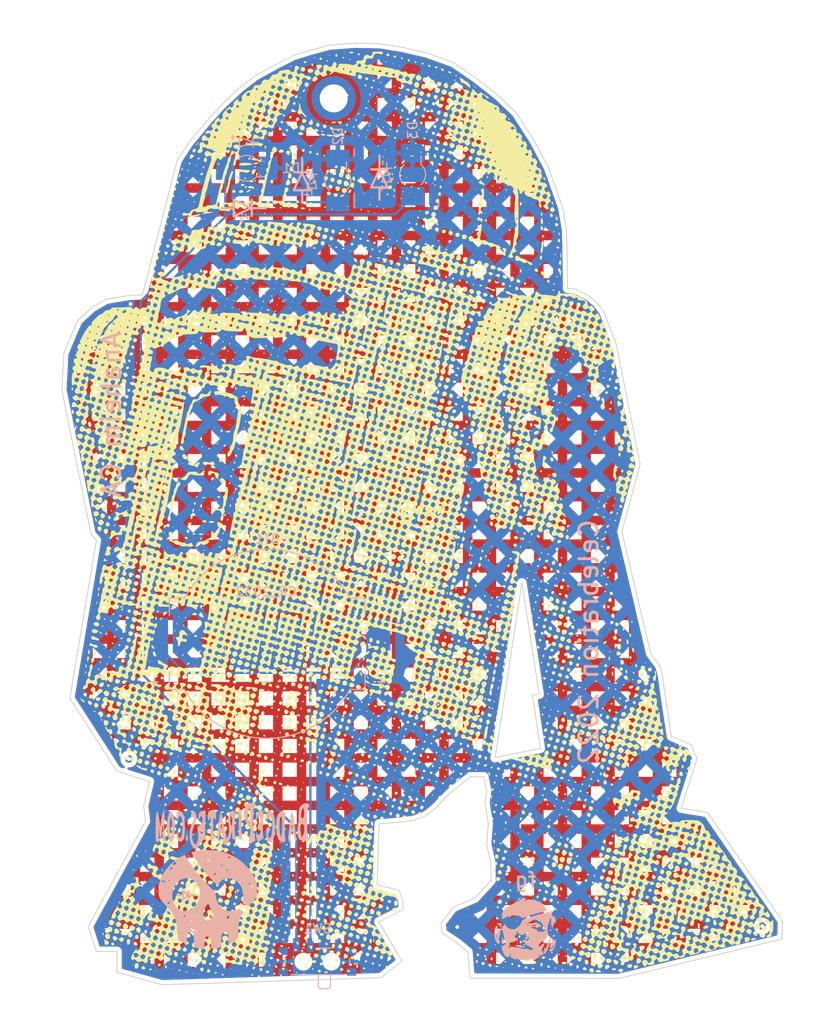
<source format=kicad_pcb>
(kicad_pcb (version 20211014) (generator pcbnew)
  (layers (0 "F.Cu" signal) (31 "B.Cu" signal) (34 "B.Paste" user) (35 "F.Paste" user) (36 "B.SilkS" user "B.Silkscreen") (37 "F.SilkS" user "F.Silkscreen") (38 "B.Mask" user) (39 "F.Mask" user) (44 "Edge.Cuts" user))
  (net 0 "")
  (net 1 "GND")
  (net 2 "Net-(BT1-Pad1)")
  (net 3 "Net-(D1-Pad2)")
  (footprint "BadgePirateLogos:BadgePiratesURL_BSLK" (layer "F.Cu") (at 139.65 134.2)
    (fp_text reference "G***" hide)
    (fp_text value "LOGO" hide)
  )
  (footprint "BadgePirateLogos:BPSkull_Distressed_10x10_BSILK" (layer "F.Cu") (at 137 141.375)
    (fp_text reference "G***" hide)
    (fp_text value "BP Logo" hide)
  )
  (footprint "Common:R2_Art" (layer "F.Cu") (at 160 100.225)
    (fp_text reference "G***" (at 0 0) (layer "F.SilkS") (effects (font (size 1.524 1.524) (thickness 0.3))))
    (fp_text value "LOGO" hide)
  )
  (footprint "BadgePiratesCommon:3.5mm_lapel_pin" (layer "F.Cu") (at 150.5 55.675)
    (fp_text reference "REF**" hide)
    (fp_text value "3.5mm_lapel_pin")
    (pad "1" thru_hole circle locked (at 0 0) (size 4.75 4.75) (drill 3) (layers *.Mask "B.Cu"))
  )
  (footprint "BadgePirateLogos:FG_10x10_BSILK" (layer "F.Cu") (at 171.025 144.35)
    (fp_text reference "G***" hide)
    (fp_text value "fg" (at 0 -5.08) (layer "B.SilkS") (effects (font (size 1.54 1.54) (thickness 0.25)) (justify mirror)))
  )
  (footprint "BadgePirateLogos:LED_Schematic" (layer "B.Cu") (at 155.7 64.175 90)
    (fp_text reference "G***" hide)
    (fp_text value "LOGO" hide)
  )
  (footprint "BadgePirateLogos:LED_Schematic" (layer "B.Cu") (at 140.819834 67.726756)
    (fp_text reference "G***" hide)
    (fp_text value "LOGO" hide)
  )
  (footprint "BadgePiratesCommon:LED_Osram_Lx_P47F_D2mm_ReverseMount_MaskNoHole" (layer "B.Cu") (at 141.2 63.15 180)
    (fp_text reference "D1" (at -4.7498 0) (layer "B.SilkS") (effects (justify mirror)))
    (fp_text value "LED")
    (pad "1" smd rect locked (at -2.3 0 180) (size 2 2.5) (layers "B.Cu") (net 1 "GND"))
    (pad "2" smd rect locked (at 2.3 0 180) (size 2 2.5) (layers "B.Cu") (net 3 "Net-(D1-Pad2)"))
  )
  (footprint "BadgePiratesCommon:LED_Osram_Lx_P47F_D2mm_ReverseMount_MaskNoHole" (layer "B.Cu") (at 158.95 63.825 -90)
    (fp_text reference "D3" (at -4.7498 0 90) (layer "B.SilkS") (effects (justify mirror)))
    (fp_text value "LED")
    (pad "1" smd rect locked (at -2.3 0 270) (size 2 2.5) (layers "B.Cu") (net 1 "GND"))
    (pad "2" smd rect locked (at 2.3 0 270) (size 2 2.5) (layers "B.Cu") (net 3 "Net-(D1-Pad2)"))
  )
  (footprint "BadgePiratesCommon:SW_SPDT_PCM12" (layer "B.Cu") (at 148.75 147.7 180)
    (fp_text reference "SW1" (at 0 3.2) (layer "B.SilkS") (effects (justify mirror)))
    (fp_text value "SW_SPDT")
    (pad "" np_thru_hole circle locked (at -1.5 -0.33 180) (size 0.9 0.9) (drill 0.9) (layers *.Cu *.Mask))
    (pad "" smd rect locked (at 3.65 -1.43 180) (size 1 0.8) (layers "B.Cu" "B.Paste" "B.Mask"))
    (pad "" smd rect locked (at -3.65 -1.43 180) (size 1 0.8) (layers "B.Cu" "B.Paste" "B.Mask"))
    (pad "" smd rect locked (at 3.65 0.78 180) (size 1 0.8) (layers "B.Cu" "B.Paste" "B.Mask"))
    (pad "" np_thru_hole circle locked (at 1.5 -0.33 180) (size 0.9 0.9) (drill 0.9) (layers *.Cu *.Mask))
    (pad "" smd rect locked (at -3.65 0.78 180) (size 1 0.8) (layers "B.Cu" "B.Paste" "B.Mask"))
    (pad "1" smd rect locked (at -2.25 1.43 180) (size 0.7 1.5) (layers "B.Cu" "B.Paste" "B.Mask"))
    (pad "2" smd rect locked (at 0.75 1.43 180) (size 0.7 1.5) (layers "B.Cu" "B.Paste" "B.Mask") (net 2 "Net-(BT1-Pad1)"))
    (pad "3" smd rect locked (at 2.25 1.43 180) (size 0.7 1.5) (layers "B.Cu" "B.Paste" "B.Mask") (net 3 "Net-(D1-Pad2)"))
  )
  (footprint "BadgePirateLogos:LED_Schematic" (layer "B.Cu") (at 147.426756 64.480166 90)
    (fp_text reference "G***" hide)
    (fp_text value "LOGO" hide)
  )
  (footprint "BadgePiratesCommon:LED_Osram_Lx_P47F_D2mm_ReverseMount_MaskNoHole" (layer "B.Cu") (at 150.95 64.475 -90)
    (fp_text reference "D2" (at -4.7498 0 90) (layer "B.SilkS") (effects (justify mirror)))
    (fp_text value "LED")
    (pad "1" smd rect locked (at -2.3 0 270) (size 2 2.5) (layers "B.Cu") (net 1 "GND"))
    (pad "2" smd rect locked (at 2.3 0 270) (size 2 2.5) (layers "B.Cu") (net 3 "Net-(D1-Pad2)"))
  )
  (footprint "BadgePiratesCommon:BatteryHolder_MPD_BC2003_1x2032" (layer "B.Cu") (at 143.375 114.025 180)
    (fp_text reference "BT1" (at 0 11.2) (layer "B.SilkS") (effects (justify mirror)))
    (fp_text value "Battery_Cell")
    (fp_text user "+" (at -12.2428 -4.0132) (layer "B.SilkS") (effects (justify mirror)))
    (fp_text user "-" (at 0.0508 -4.0132) (layer "B.SilkS") (effects (justify mirror)))
    (fp_text user "+" (at 12.065 -4.0132) (layer "B.SilkS") (effects (justify mirror)))
    (fp_text user "CR_2032" (at 0.1016 5.5626) (layer "B.SilkS") (effects (justify mirror)))
    (pad "1" smd rect locked (at -11.905 0 180) (size 2.6 5.56) (layers "B.Cu" "B.Paste" "B.Mask") (net 2 "Net-(BT1-Pad1)"))
    (pad "1" smd rect locked (at 11.905 0 180) (size 2.6 5.56) (layers "B.Cu" "B.Paste" "B.Mask") (net 2 "Net-(BT1-Pad1)"))
    (pad "2" smd rect locked (at 0 0 180) (size 8 5.56) (layers "B.Cu" "B.Paste" "B.Mask") (net 1 "GND"))
  )
  (gr_line (start 133.7375 62.325) (end 134.975 60.425) (layer "Edge.Cuts") (width 0.1))
  (gr_line (start 173.475 63.05) (end 175.025 67.375) (layer "Edge.Cuts") (width 0.1))
  (gr_line (start 121.6 82.975) (end 122.45 80.95) (layer "Edge.Cuts") (width 0.1))
  (gr_line (start 177.85 76.825) (end 178.725 77.575) (layer "Edge.Cuts") (width 0.1))
  (gr_line (start 165.15 128.25) (end 166.575 128.25) (layer "Edge.Cuts") (width 0.1))
  (gr_line (start 162.775 130.175) (end 163.925 129.225) (layer "Edge.Cuts") (width 0.1))
  (gr_line (start 163.25 142.25) (end 162 143.9) (layer "Edge.Cuts") (width 0.1))
  (gr_line (start 175.475 71.6) (end 175.5 73.475) (layer "Edge.Cuts") (width 0.1))
  (gr_line (start 155.15 139.825) (end 155.35 133.3) (layer "Edge.Cuts") (width 0.1))
  (gr_line (start 125.1 102.95) (end 124.525 102.3) (layer "Edge.Cuts") (width 0.1))
  (gr_line (start 163.925 129.225) (end 165.15 128.25) (layer "Edge.Cuts") (width 0.1))
  (gr_line (start 140.425 54.55) (end 142.075 53.275) (layer "Edge.Cuts") (width 0.1))
  (gr_line (start 175.5 73.475) (end 175.525 76) (layer "Edge.Cuts") (width 0.1))
  (gr_line (start 160.325 132.45) (end 161.25 131.75) (layer "Edge.Cuts") (width 0.1))
  (gr_line (start 164.875 147) (end 165.1 149.8) (layer "Edge.Cuts") (width 0.1))
  (gr_line (start 155.55 149.75) (end 132.1 150.5) (layer "Edge.Cuts") (width 0.1))
  (gr_line (start 170.05 57.225) (end 171.95 60.175) (layer "Edge.Cuts") (width 0.1))
  (gr_line (start 186.65 123.925) (end 188.75 124.825) (layer "Edge.Cuts") (width 0.1))
  (gr_line (start 181.35 102.025) (end 184.425 115.05) (layer "Edge.Cuts") (width 0.1))
  (gr_line (start 130.15 131.35) (end 130.775 128.75) (layer "Edge.Cuts") (width 0.1))
  (gr_line (start 187.7 131.625) (end 190.525 132.075) (layer "Edge.Cuts") (width 0.1))
  (gr_line (start 159.125 132.9) (end 160.325 132.45) (layer "Edge.Cuts") (width 0.1))
  (gr_line (start 166.7 131.075) (end 167.05 133.2) (layer "Edge.Cuts") (width 0.1))
  (gr_line (start 166.875 129.75) (end 166.7 131.075) (layer "Edge.Cuts") (width 0.1))
  (gr_line (start 167.775 126.225) (end 168.225 126.1) (layer "Edge.Cuts") (width 0.1))
  (gr_line (start 171.95 60.175) (end 173.475 63.05) (layer "Edge.Cuts") (width 0.1))
  (gr_line (start 176.375 76.075) (end 177.85 76.825) (layer "Edge.Cuts") (width 0.1))
  (gr_line (start 166.575 128.25) (end 166.875 129.75) (layer "Edge.Cuts") (width 0.1))
  (gr_line (start 168.2 55.45) (end 170.05 57.225) (layer "Edge.Cuts") (width 0.1))
  (gr_line (start 162.1 144.975) (end 163.725 146.05) (layer "Edge.Cuts") (width 0.1))
  (gr_line (start 185.7 117.5) (end 185.9 118.9625) (layer "Edge.Cuts") (width 0.1))
  (gr_line (start 157.775 50.2) (end 160.475 50.825) (layer "Edge.Cuts") (width 0.1))
  (gr_line (start 126.125 77.175) (end 128.65 76.75) (layer "Edge.Cuts") (width 0.1))
  (gr_line (start 161.25 131.75) (end 162.775 130.175) (layer "Edge.Cuts") (width 0.1))
  (gr_line (start 180.75 81.975) (end 183.3 94.8) (layer "Edge.Cuts") (width 0.1))
  (gr_line (start 130.025 76.7) (end 133.7375 62.325) (layer "Edge.Cuts") (width 0.1))
  (gr_line (start 130.775 128.75) (end 127.275 127.65) (layer "Edge.Cuts") (width 0.1))
  (gr_line (start 124.575 78.075) (end 126.125 77.175) (layer "Edge.Cuts") (width 0.1))
  (gr_line (start 125.075 146.925) (end 124.225 144.275) (layer "Edge.Cuts") (width 0.1))
  (gr_line (start 189.4 126.3) (end 187.7 131.625) (layer "Edge.Cuts") (width 0.1))
  (gr_line (start 186.05 120) (end 186.65 123.925) (layer "Edge.Cuts") (width 0.1))
  (gr_line (start 185.425 116.4) (end 185.7 117.5) (layer "Edge.Cuts") (width 0.1))
  (gr_line (start 188.75 124.825) (end 189.4 126.3) (layer "Edge.Cuts") (width 0.1))
  (gr_line (start 183.3 94.8) (end 181.35 102.025) (layer "Edge.Cuts") (width 0.1))
  (gr_line (start 157.8 147.975) (end 155.325 143.775) (layer "Edge.Cuts") (width 0.1))
  (gr_line (start 127.275 127.65) (end 122.25 119.85) (layer "Edge.Cuts") (width 0.1))
  (gr_line (start 198.525 143.675) (end 198.5 145.4) (layer "Edge.Cuts") (width 0.1))
  (gr_line (start 155.55 149.75) (end 157.8 147.975) (layer "Edge.Cuts") (width 0.1))
  (gr_line (start 163.325 51.85) (end 165.875 53.6) (layer "Edge.Cuts") (width 0.1))
  (gr_line (start 136.95 58.05) (end 138.5 56.35) (layer "Edge.Cuts") (width 0.1))
  (gr_line (start 155.35 133.3) (end 157.65 133.1) (layer "Edge.Cuts") (width 0.1))
  (gr_line (start 132.1 150.5) (end 127.3 149.175) (layer "Edge.Cuts") (width 0.1))
  (gr_line (start 175.025 67.375) (end 175.425 69.75) (layer "Edge.Cuts") (width 0.1))
  (gr_line (start 122.25 119.85) (end 125.1 102.95) (layer "Edge.Cuts") (width 0.1))
  (gr_line (start 124.225 144.275) (end 130.35 133) (layer "Edge.Cuts") (width 0.1))
  (gr_line (start 178.725 77.575) (end 179.425 78.525) (layer "Edge.Cuts") (width 0.1))
  (gr_line (start 167.35 139.35) (end 165.625 141.225) (layer "Edge.Cuts") (width 0.1))
  (gr_line (start 172.625 125.225) (end 171.775 119.5) (layer "Edge.Cuts") (width 0.1))
  (gr_line (start 148 50.525) (end 150.025 49.975) (layer "Edge.Cuts") (width 0.1))
  (gr_line (start 127.3 146.925) (end 125.075 146.925) (layer "Edge.Cuts") (width 0.1))
  (gr_line (start 144.35 52.025) (end 146.15 51.1) (layer "Edge.Cuts") (width 0.1))
  (gr_line (start 122.45 80.95) (end 123.1 79.45) (layer "Edge.Cuts") (width 0.1))
  (gr_line (start 157.925 142.475) (end 157.9 141.55) (layer "Edge.Cuts") (width 0.1))
  (gr_line (start 138.5 56.35) (end 140.425 54.55) (layer "Edge.Cuts") (width 0.1))
  (gr_line (start 168.225 126.1) (end 172.625 125.225) (layer "Edge.Cuts") (width 0.1))
  (gr_line (start 198.55 145.6) (end 181.05 149.825) (layer "Edge.Cuts") (width 0.1))
  (gr_line (start 166.875 135.45) (end 167.325 137.475) (layer "Edge.Cuts") (width 0.1))
  (gr_line (start 171.775 119.5) (end 172.5 119.425) (layer "Edge.Cuts") (width 0.1))
  (gr_line (start 170.65 107.5) (end 167.775 126.225) (layer "Edge.Cuts") (width 0.1))
  (gr_line (start 130.35 133) (end 130.15 131.35) (layer "Edge.Cuts") (width 0.1))
  (gr_line (start 172.5 119.425) (end 170.65 107.5) (layer "Edge.Cuts") (width 0.1))
  (gr_line (start 157.65 133.1) (end 159.125 132.9) (layer "Edge.Cuts") (width 0.1))
  (gr_line (start 181.05 149.825) (end 165.1 149.8) (layer "Edge.Cuts") (width 0.1))
  (gr_line (start 160.475 50.825) (end 163.325 51.85) (layer "Edge.Cuts") (width 0.1))
  (gr_line (start 128.65 76.75) (end 130.025 76.7) (layer "Edge.Cuts") (width 0.1))
  (gr_line (start 121.4 86.875) (end 121.6 82.975) (layer "Edge.Cuts") (width 0.1))
  (gr_line (start 162 143.9) (end 162.1 144.975) (layer "Edge.Cuts") (width 0.1))
  (gr_line (start 142.075 53.275) (end 144.35 52.025) (layer "Edge.Cuts") (width 0.1))
  (gr_line (start 175.425 69.75) (end 175.475 71.6) (layer "Edge.Cuts") (width 0.1))
  (gr_line (start 157.5 140.4) (end 155.15 139.825) (layer "Edge.Cuts") (width 0.1))
  (gr_line (start 146.15 51.1) (end 148 50.525) (layer "Edge.Cuts") (width 0.1))
  (gr_line (start 179.425 78.525) (end 180.75 81.975) (layer "Edge.Cuts") (width 0.1))
  (gr_line (start 190.525 132.075) (end 198.525 143.675) (layer "Edge.Cuts") (width 0.1))
  (gr_line (start 152.775 49.775) (end 155.425 49.825) (layer "Edge.Cuts") (width 0.1))
  (gr_line (start 157.9 141.55) (end 157.5 140.4) (layer "Edge.Cuts") (width 0.1))
  (gr_line (start 185.9 118.9625) (end 186.05 120) (layer "Edge.Cuts") (width 0.1))
  (gr_line (start 127.3 149.175) (end 127.3 146.925) (layer "Edge.Cuts") (width 0.1))
  (gr_line (start 155.325 143.775) (end 157.925 142.475) (layer "Edge.Cuts") (width 0.1))
  (gr_line (start 167.05 133.2) (end 166.875 135.45) (layer "Edge.Cuts") (width 0.1))
  (gr_line (start 165.875 53.6) (end 168.2 55.45) (layer "Edge.Cuts") (width 0.1))
  (gr_line (start 175.525 76) (end 176.375 76.075) (layer "Edge.Cuts") (width 0.1))
  (gr_line (start 123.1 79.45) (end 124.575 78.075) (layer "Edge.Cuts") (width 0.1))
  (gr_line (start 134.975 60.425) (end 136.95 58.05) (layer "Edge.Cuts") (width 0.1))
  (gr_line (start 165.625 141.225) (end 163.25 142.25) (layer "Edge.Cuts") (width 0.1))
  (gr_line (start 198.5 145.4) (end 198.55 145.6) (layer "Edge.Cuts") (width 0.1))
  (gr_line (start 150.025 49.975) (end 152.775 49.775) (layer "Edge.Cuts") (width 0.1))
  (gr_line (start 163.725 146.05) (end 164.875 147) (layer "Edge.Cuts") (width 0.1))
  (gr_line (start 184.425 115.05) (end 185.425 116.4) (layer "Edge.Cuts") (width 0.1))
  (gr_line (start 167.325 137.475) (end 167.35 139.35) (layer "Edge.Cuts") (width 0.1))
  (gr_line (start 124.525 102.3) (end 121.4 86.875) (layer "Edge.Cuts") (width 0.1))
  (gr_line (start 155.425 49.825) (end 157.775 50.2) (layer "Edge.Cuts") (width 0.1))
  (gr_text "Anaheim CA" (at 126.675 89.5 90) (layer "B.SilkS") (effects (font (size 2 2) (thickness 0.3)) (justify mirror)))
  (gr_text "Celebration 2022" (at 177.8 113.825 90) (layer "B.SilkS") (effects (font (size 2 2) (thickness 0.3)) (justify mirror)))
  (via (at 128.575 126.35) (size 0.8) (drill 0.4) (layers "F.Cu" "B.Cu") (net 0))
  (via (at 196.375 144.225) (size 0.8) (drill 0.4) (layers "F.Cu" "B.Cu") (net 0))
  (via (at 163.725 144.325) (size 0.8) (drill 0.4) (layers "F.Cu" "B.Cu") (net 1))
  (via (at 187.65 125.875) (size 0.8) (drill 0.4) (layers "F.Cu" "B.Cu") (net 1))
  (via (at 156.45 147.675) (size 0.8) (drill 0.4) (layers "F.Cu" "B.Cu") (net 1))
  (via (at 128.75 77.675) (size 0.8) (drill 0.4) (layers "F.Cu" "B.Cu") (net 1))
  (via (at 126.225 144.775) (size 0.8) (drill 0.4) (layers "F.Cu" "B.Cu") (net 1))
  (segment (start 152.175489 117.129511) (end 155.28 114.025) (width 0.25) (layer "B.Cu") (net 2))
  (segment (start 134.574511 117.129511) (end 148.454511 117.129511) (width 0.25) (layer "B.Cu") (net 2))
  (segment (start 148.454511 117.129511) (end 148 117.584022) (width 0.25) (layer "B.Cu") (net 2))
  (segment (start 148 117.584022) (end 148 146.27) (width 0.25) (layer "B.Cu") (net 2))
  (segment (start 131.47 114.025) (end 134.574511 117.129511) (width 0.25) (layer "B.Cu") (net 2))
  (segment (start 148.454511 117.129511) (end 152.175489 117.129511) (width 0.25) (layer "B.Cu") (net 2))
  (segment (start 140.45 66.775) (end 150.95 66.775) (width 0.25) (layer "B.Cu") (net 3))
  (segment (start 146.5 146.27) (end 146.5 133.784022) (width 0.25) (layer "B.Cu") (net 3))
  (segment (start 138.9 68.325) (end 139.1625 68.0625) (width 0.25) (layer "B.Cu") (net 3))
  (segment (start 158.95 66.2) (end 158.95 66.125) (width 0.25) (layer "B.Cu") (net 3))
  (segment (start 139.1625 68.0625) (end 157.0875 68.0625) (width 0.25) (layer "B.Cu") (net 3))
  (segment (start 146.5 133.784022) (end 129.845489 117.129511) (width 0.25) (layer "B.Cu") (net 3))
  (segment (start 129.845489 77.379511) (end 138.9 68.325) (width 0.25) (layer "B.Cu") (net 3))
  (segment (start 138.9 68.325) (end 138.9 63.15) (width 0.25) (layer "B.Cu") (net 3))
  (segment (start 139.1625 68.0625) (end 140.45 66.775) (width 0.25) (layer "B.Cu") (net 3))
  (segment (start 129.845489 117.129511) (end 129.845489 77.379511) (width 0.25) (layer "B.Cu") (net 3))
  (segment (start 157.0875 68.0625) (end 158.95 66.2) (width 0.25) (layer "B.Cu") (net 3))
  (zone (net 1) (net_name "GND") (layer "F.Cu") (connect_pads (clearance 0.508)) (min_thickness 0.254) (fill yes (mode hatch) (thermal_gap 0.508) (thermal_bridge_width 0.508) (hatch_thickness 1.016) (hatch_gap 1.524) (hatch_orientation 0) (hatch_border_algorithm hatch_thickness) (hatch_min_hole_area 0.3))
    (polygon (pts (xy 204.075 151.925) (xy 120.725 154.725) (xy 117.875 139.575) (xy 114.775 60.875) (xy 133.725 45.275) (xy 172.725 45.15)))
  )
  (zone (net 1) (net_name "GND") (layer "B.Cu") (connect_pads (clearance 0.508)) (min_thickness 0.254) (fill yes (mode hatch) (thermal_gap 0.508) (thermal_bridge_width 0.508) (hatch_thickness 1.016) (hatch_gap 1.524) (hatch_orientation 45) (hatch_border_algorithm hatch_thickness) (hatch_min_hole_area 0.3))
    (polygon (pts (xy 152.35 48) (xy 168.8 51.45) (xy 176.6 60.75) (xy 178.225 72.375) (xy 185.35 96.625) (xy 185.225 107.2) (xy 190.75 124.925) (xy 198 140.425) (xy 200.4 148.25) (xy 164.65 152.75) (xy 156.725 151.25) (xy 126.7 152.275) (xy 122.225 147.45) (xy 124.075 138.025) (xy 128.55 131.25) (xy 120.05 118.25) (xy 123.15 103.65) (xy 118.9 78.225) (xy 124.525 74.675) (xy 128.675 72.95) (xy 132.575 56.275) (xy 148.775 47.775)))
  )
)
</source>
